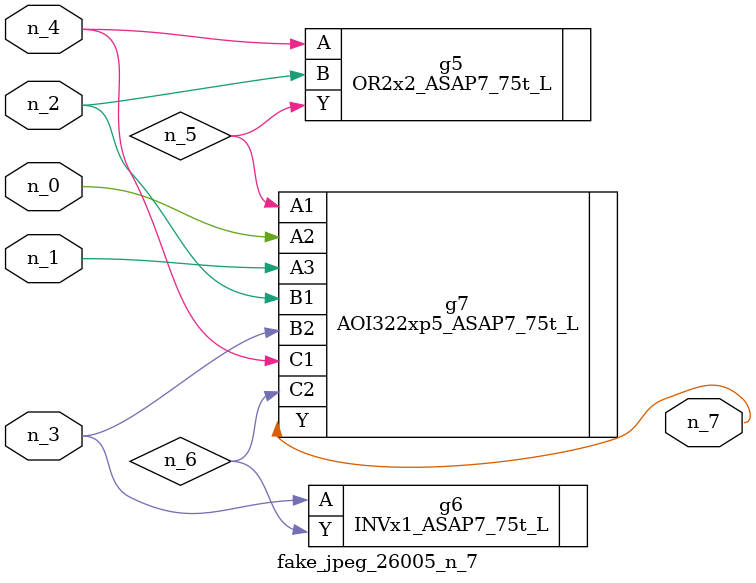
<source format=v>
module fake_jpeg_26005_n_7 (n_3, n_2, n_1, n_0, n_4, n_7);

input n_3;
input n_2;
input n_1;
input n_0;
input n_4;

output n_7;

wire n_6;
wire n_5;

OR2x2_ASAP7_75t_L g5 ( 
.A(n_4),
.B(n_2),
.Y(n_5)
);

INVx1_ASAP7_75t_L g6 ( 
.A(n_3),
.Y(n_6)
);

AOI322xp5_ASAP7_75t_L g7 ( 
.A1(n_5),
.A2(n_0),
.A3(n_1),
.B1(n_2),
.B2(n_3),
.C1(n_4),
.C2(n_6),
.Y(n_7)
);


endmodule
</source>
